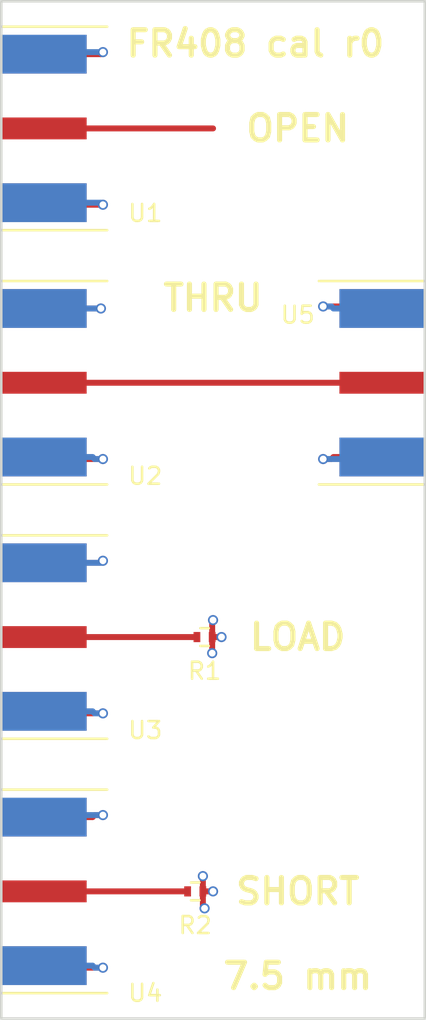
<source format=kicad_pcb>
(kicad_pcb (version 4) (host pcbnew 4.0.2-stable)

  (general
    (links 24)
    (no_connects 0)
    (area 147.224999 67.424999 172.775001 127.975)
    (thickness 1.6)
    (drawings 10)
    (tracks 73)
    (zones 0)
    (modules 7)
    (nets 5)
  )

  (page A4)
  (layers
    (0 F.Cu signal)
    (1 In1.Cu signal)
    (2 In2.Cu signal)
    (31 B.Cu signal)
    (32 B.Adhes user)
    (33 F.Adhes user)
    (34 B.Paste user)
    (35 F.Paste user)
    (36 B.SilkS user)
    (37 F.SilkS user)
    (38 B.Mask user)
    (39 F.Mask user)
    (40 Dwgs.User user)
    (41 Cmts.User user)
    (42 Eco1.User user)
    (43 Eco2.User user)
    (44 Edge.Cuts user)
    (45 Margin user)
    (46 B.CrtYd user)
    (47 F.CrtYd user)
    (48 B.Fab user)
    (49 F.Fab user)
  )

  (setup
    (last_trace_width 0.35)
    (trace_clearance 0.2)
    (zone_clearance 0.508)
    (zone_45_only no)
    (trace_min 0.2)
    (segment_width 0.2)
    (edge_width 0.15)
    (via_size 0.6)
    (via_drill 0.4)
    (via_min_size 0.4)
    (via_min_drill 0.3)
    (uvia_size 0.3)
    (uvia_drill 0.1)
    (uvias_allowed no)
    (uvia_min_size 0.2)
    (uvia_min_drill 0.1)
    (pcb_text_width 0.3)
    (pcb_text_size 1.5 1.5)
    (mod_edge_width 0.15)
    (mod_text_size 1 1)
    (mod_text_width 0.15)
    (pad_size 1.524 1.524)
    (pad_drill 0.762)
    (pad_to_mask_clearance 0.2)
    (aux_axis_origin 0 0)
    (visible_elements FFFEFF7F)
    (pcbplotparams
      (layerselection 0x010f0_80000007)
      (usegerberextensions true)
      (excludeedgelayer true)
      (linewidth 0.100000)
      (plotframeref false)
      (viasonmask false)
      (mode 1)
      (useauxorigin false)
      (hpglpennumber 1)
      (hpglpenspeed 20)
      (hpglpendiameter 15)
      (hpglpenoverlay 2)
      (psnegative false)
      (psa4output false)
      (plotreference true)
      (plotvalue true)
      (plotinvisibletext false)
      (padsonsilk false)
      (subtractmaskfromsilk false)
      (outputformat 1)
      (mirror false)
      (drillshape 0)
      (scaleselection 1)
      (outputdirectory gerbs/))
  )

  (net 0 "")
  (net 1 GND)
  (net 2 "Net-(R1-Pad2)")
  (net 3 "Net-(R2-Pad2)")
  (net 4 "Net-(U2-Pad1)")

  (net_class Default "This is the default net class."
    (clearance 0.2)
    (trace_width 0.35)
    (via_dia 0.6)
    (via_drill 0.4)
    (uvia_dia 0.3)
    (uvia_drill 0.1)
    (add_net GND)
    (add_net "Net-(R1-Pad2)")
    (add_net "Net-(R2-Pad2)")
    (add_net "Net-(U2-Pad1)")
  )

  (module Resistors_SMD:R_0402 (layer F.Cu) (tedit 5415CBB8) (tstamp 571E6192)
    (at 159.5 105 180)
    (descr "Resistor SMD 0402, reflow soldering, Vishay (see dcrcw.pdf)")
    (tags "resistor 0402")
    (path /571E6532)
    (attr smd)
    (fp_text reference R1 (at 0 -2 180) (layer F.SilkS)
      (effects (font (size 1 1) (thickness 0.15)))
    )
    (fp_text value 50 (at 0 1.8 180) (layer F.Fab)
      (effects (font (size 1 1) (thickness 0.15)))
    )
    (fp_line (start -0.95 -0.65) (end 0.95 -0.65) (layer F.CrtYd) (width 0.05))
    (fp_line (start -0.95 0.65) (end 0.95 0.65) (layer F.CrtYd) (width 0.05))
    (fp_line (start -0.95 -0.65) (end -0.95 0.65) (layer F.CrtYd) (width 0.05))
    (fp_line (start 0.95 -0.65) (end 0.95 0.65) (layer F.CrtYd) (width 0.05))
    (fp_line (start 0.25 -0.525) (end -0.25 -0.525) (layer F.SilkS) (width 0.15))
    (fp_line (start -0.25 0.525) (end 0.25 0.525) (layer F.SilkS) (width 0.15))
    (pad 1 smd rect (at -0.45 0 180) (size 0.4 0.6) (layers F.Cu F.Paste F.Mask)
      (net 1 GND))
    (pad 2 smd rect (at 0.45 0 180) (size 0.4 0.6) (layers F.Cu F.Paste F.Mask)
      (net 2 "Net-(R1-Pad2)"))
    (model Resistors_SMD.3dshapes/R_0402.wrl
      (at (xyz 0 0 0))
      (scale (xyz 1 1 1))
      (rotate (xyz 0 0 0))
    )
  )

  (module Resistors_SMD:R_0402 (layer F.Cu) (tedit 5415CBB8) (tstamp 571E6198)
    (at 158.95 120 180)
    (descr "Resistor SMD 0402, reflow soldering, Vishay (see dcrcw.pdf)")
    (tags "resistor 0402")
    (path /571E666B)
    (attr smd)
    (fp_text reference R2 (at 0 -2 180) (layer F.SilkS)
      (effects (font (size 1 1) (thickness 0.15)))
    )
    (fp_text value 0 (at 0 1.8 180) (layer F.Fab)
      (effects (font (size 1 1) (thickness 0.15)))
    )
    (fp_line (start -0.95 -0.65) (end 0.95 -0.65) (layer F.CrtYd) (width 0.05))
    (fp_line (start -0.95 0.65) (end 0.95 0.65) (layer F.CrtYd) (width 0.05))
    (fp_line (start -0.95 -0.65) (end -0.95 0.65) (layer F.CrtYd) (width 0.05))
    (fp_line (start 0.95 -0.65) (end 0.95 0.65) (layer F.CrtYd) (width 0.05))
    (fp_line (start 0.25 -0.525) (end -0.25 -0.525) (layer F.SilkS) (width 0.15))
    (fp_line (start -0.25 0.525) (end 0.25 0.525) (layer F.SilkS) (width 0.15))
    (pad 1 smd rect (at -0.45 0 180) (size 0.4 0.6) (layers F.Cu F.Paste F.Mask)
      (net 1 GND))
    (pad 2 smd rect (at 0.45 0 180) (size 0.4 0.6) (layers F.Cu F.Paste F.Mask)
      (net 3 "Net-(R2-Pad2)"))
    (model Resistors_SMD.3dshapes/R_0402.wrl
      (at (xyz 0 0 0))
      (scale (xyz 1 1 1))
      (rotate (xyz 0 0 0))
    )
  )

  (module vna_footprints:732511150_sma_thin (layer F.Cu) (tedit 571B3D40) (tstamp 571E61A1)
    (at 150 75 270)
    (path /571E6233)
    (fp_text reference U1 (at 5 -6 360) (layer F.SilkS)
      (effects (font (size 1 1) (thickness 0.15)))
    )
    (fp_text value CONN_SMA (at 7 -3.5 360) (layer F.Fab)
      (effects (font (size 1 1) (thickness 0.15)))
    )
    (fp_line (start 6 2.5) (end 6 -3.75) (layer F.SilkS) (width 0.15))
    (fp_line (start -6 2.5) (end -6 -3.75) (layer F.SilkS) (width 0.15))
    (pad 1 smd rect (at 0 0 270) (size 1.29 5.08) (layers F.Cu F.Paste F.Mask))
    (pad 2 smd rect (at 4.38 0 270) (size 2.29 5.08) (layers F.Cu F.Paste F.Mask)
      (net 1 GND))
    (pad 3 smd rect (at -4.38 0 270) (size 2.29 5.08) (layers F.Cu F.Paste F.Mask)
      (net 1 GND))
    (pad 4 smd rect (at -4.38 0 270) (size 2.29 5.08) (layers B.Cu B.Paste B.Mask)
      (net 1 GND))
    (pad 5 smd rect (at 4.38 0 270) (size 2.29 5.08) (layers B.Cu B.Paste B.Mask)
      (net 1 GND))
  )

  (module vna_footprints:732511150_sma_thin (layer F.Cu) (tedit 571B3D40) (tstamp 571E61AA)
    (at 150 90 270)
    (path /571E60B6)
    (fp_text reference U2 (at 5.5 -6 360) (layer F.SilkS)
      (effects (font (size 1 1) (thickness 0.15)))
    )
    (fp_text value CONN_SMA (at 7 -3.5 360) (layer F.Fab)
      (effects (font (size 1 1) (thickness 0.15)))
    )
    (fp_line (start 6 2.5) (end 6 -3.75) (layer F.SilkS) (width 0.15))
    (fp_line (start -6 2.5) (end -6 -3.75) (layer F.SilkS) (width 0.15))
    (pad 1 smd rect (at 0 0 270) (size 1.29 5.08) (layers F.Cu F.Paste F.Mask)
      (net 4 "Net-(U2-Pad1)"))
    (pad 2 smd rect (at 4.38 0 270) (size 2.29 5.08) (layers F.Cu F.Paste F.Mask)
      (net 1 GND))
    (pad 3 smd rect (at -4.38 0 270) (size 2.29 5.08) (layers F.Cu F.Paste F.Mask)
      (net 1 GND))
    (pad 4 smd rect (at -4.38 0 270) (size 2.29 5.08) (layers B.Cu B.Paste B.Mask)
      (net 1 GND))
    (pad 5 smd rect (at 4.38 0 270) (size 2.29 5.08) (layers B.Cu B.Paste B.Mask)
      (net 1 GND))
  )

  (module vna_footprints:732511150_sma_thin (layer F.Cu) (tedit 571B3D40) (tstamp 571E61B3)
    (at 150 105 270)
    (path /571E650E)
    (fp_text reference U3 (at 5.5 -6 360) (layer F.SilkS)
      (effects (font (size 1 1) (thickness 0.15)))
    )
    (fp_text value CONN_SMA (at 7 -3.5 360) (layer F.Fab)
      (effects (font (size 1 1) (thickness 0.15)))
    )
    (fp_line (start 6 2.5) (end 6 -3.75) (layer F.SilkS) (width 0.15))
    (fp_line (start -6 2.5) (end -6 -3.75) (layer F.SilkS) (width 0.15))
    (pad 1 smd rect (at 0 0 270) (size 1.29 5.08) (layers F.Cu F.Paste F.Mask)
      (net 2 "Net-(R1-Pad2)"))
    (pad 2 smd rect (at 4.38 0 270) (size 2.29 5.08) (layers F.Cu F.Paste F.Mask)
      (net 1 GND))
    (pad 3 smd rect (at -4.38 0 270) (size 2.29 5.08) (layers F.Cu F.Paste F.Mask)
      (net 1 GND))
    (pad 4 smd rect (at -4.38 0 270) (size 2.29 5.08) (layers B.Cu B.Paste B.Mask)
      (net 1 GND))
    (pad 5 smd rect (at 4.38 0 270) (size 2.29 5.08) (layers B.Cu B.Paste B.Mask)
      (net 1 GND))
  )

  (module vna_footprints:732511150_sma_thin (layer F.Cu) (tedit 571B3D40) (tstamp 571E61BC)
    (at 150 120 270)
    (path /571E6655)
    (fp_text reference U4 (at 6 -6 360) (layer F.SilkS)
      (effects (font (size 1 1) (thickness 0.15)))
    )
    (fp_text value CONN_SMA (at 7 -3.5 360) (layer F.Fab)
      (effects (font (size 1 1) (thickness 0.15)))
    )
    (fp_line (start 6 2.5) (end 6 -3.75) (layer F.SilkS) (width 0.15))
    (fp_line (start -6 2.5) (end -6 -3.75) (layer F.SilkS) (width 0.15))
    (pad 1 smd rect (at 0 0 270) (size 1.29 5.08) (layers F.Cu F.Paste F.Mask)
      (net 3 "Net-(R2-Pad2)"))
    (pad 2 smd rect (at 4.38 0 270) (size 2.29 5.08) (layers F.Cu F.Paste F.Mask)
      (net 1 GND))
    (pad 3 smd rect (at -4.38 0 270) (size 2.29 5.08) (layers F.Cu F.Paste F.Mask)
      (net 1 GND))
    (pad 4 smd rect (at -4.38 0 270) (size 2.29 5.08) (layers B.Cu B.Paste B.Mask)
      (net 1 GND))
    (pad 5 smd rect (at 4.38 0 270) (size 2.29 5.08) (layers B.Cu B.Paste B.Mask)
      (net 1 GND))
  )

  (module vna_footprints:732511150_sma_thin (layer F.Cu) (tedit 571B3D40) (tstamp 571E61C5)
    (at 170 90 90)
    (path /571E6007)
    (fp_text reference U5 (at 4 -5 180) (layer F.SilkS)
      (effects (font (size 1 1) (thickness 0.15)))
    )
    (fp_text value CONN_SMA (at 7 -3.5 180) (layer F.Fab)
      (effects (font (size 1 1) (thickness 0.15)))
    )
    (fp_line (start 6 2.5) (end 6 -3.75) (layer F.SilkS) (width 0.15))
    (fp_line (start -6 2.5) (end -6 -3.75) (layer F.SilkS) (width 0.15))
    (pad 1 smd rect (at 0 0 90) (size 1.29 5.08) (layers F.Cu F.Paste F.Mask)
      (net 4 "Net-(U2-Pad1)"))
    (pad 2 smd rect (at 4.38 0 90) (size 2.29 5.08) (layers F.Cu F.Paste F.Mask)
      (net 1 GND))
    (pad 3 smd rect (at -4.38 0 90) (size 2.29 5.08) (layers F.Cu F.Paste F.Mask)
      (net 1 GND))
    (pad 4 smd rect (at -4.38 0 90) (size 2.29 5.08) (layers B.Cu B.Paste B.Mask)
      (net 1 GND))
    (pad 5 smd rect (at 4.38 0 90) (size 2.29 5.08) (layers B.Cu B.Paste B.Mask)
      (net 1 GND))
  )

  (gr_text "7.5 mm" (at 165 125) (layer F.SilkS) (tstamp 571E63FD)
    (effects (font (size 1.5 1.5) (thickness 0.3)))
  )
  (gr_text "FR408 cal r0" (at 162.5 70) (layer F.SilkS) (tstamp 571E63F8)
    (effects (font (size 1.5 1.5) (thickness 0.3)))
  )
  (gr_text THRU (at 160 85) (layer F.SilkS) (tstamp 571E63F3)
    (effects (font (size 1.5 1.5) (thickness 0.3)))
  )
  (gr_text OPEN (at 165 75) (layer F.SilkS) (tstamp 571E63EF)
    (effects (font (size 1.5 1.5) (thickness 0.3)))
  )
  (gr_text LOAD (at 165 105) (layer F.SilkS) (tstamp 571E63EC)
    (effects (font (size 1.5 1.5) (thickness 0.3)))
  )
  (gr_text SHORT (at 165 120) (layer F.SilkS)
    (effects (font (size 1.5 1.5) (thickness 0.3)))
  )
  (gr_line (start 172.5 127.5) (end 147.5 127.5) (layer Edge.Cuts) (width 0.15))
  (gr_line (start 172.5 67.5) (end 172.5 127.5) (layer Edge.Cuts) (width 0.15))
  (gr_line (start 147.5 67.5) (end 172.5 67.5) (layer Edge.Cuts) (width 0.15))
  (gr_line (start 147.5 127.5) (end 147.5 67.5) (layer Edge.Cuts) (width 0.15))

  (segment (start 150 75) (end 160 75) (width 0.35) (layer F.Cu) (net 0))
  (segment (start 166.5 94.5) (end 169.88 94.5) (width 0.35) (layer B.Cu) (net 1))
  (segment (start 169.88 94.5) (end 170 94.38) (width 0.35) (layer B.Cu) (net 1))
  (segment (start 166.99 94.5) (end 166.5 94.5) (width 0.35) (layer F.Cu) (net 1))
  (via (at 166.5 94.5) (size 0.6) (drill 0.4) (layers F.Cu B.Cu) (net 1))
  (segment (start 170 94.38) (end 167.11 94.38) (width 0.35) (layer F.Cu) (net 1))
  (segment (start 167.11 94.38) (end 166.99 94.5) (width 0.35) (layer F.Cu) (net 1))
  (segment (start 166.5 85.5) (end 169.88 85.5) (width 0.35) (layer F.Cu) (net 1))
  (segment (start 169.88 85.5) (end 170 85.62) (width 0.35) (layer F.Cu) (net 1))
  (segment (start 166.99 85.5) (end 166.5 85.5) (width 0.35) (layer B.Cu) (net 1))
  (via (at 166.5 85.5) (size 0.6) (drill 0.4) (layers F.Cu B.Cu) (net 1))
  (segment (start 170 85.62) (end 167.11 85.62) (width 0.35) (layer B.Cu) (net 1))
  (segment (start 167.11 85.62) (end 166.99 85.5) (width 0.35) (layer B.Cu) (net 1))
  (segment (start 153.5 70.5) (end 150.12 70.5) (width 0.35) (layer B.Cu) (net 1))
  (segment (start 150.12 70.5) (end 150 70.62) (width 0.35) (layer B.Cu) (net 1))
  (segment (start 150 70.62) (end 153.38 70.62) (width 0.35) (layer F.Cu) (net 1))
  (segment (start 153.38 70.62) (end 153.5 70.5) (width 0.35) (layer F.Cu) (net 1))
  (via (at 153.5 70.5) (size 0.6) (drill 0.4) (layers F.Cu B.Cu) (net 1))
  (segment (start 153.5 79.5) (end 150.12 79.5) (width 0.35) (layer F.Cu) (net 1))
  (segment (start 150.12 79.5) (end 150 79.38) (width 0.35) (layer F.Cu) (net 1))
  (segment (start 150 79.38) (end 153.38 79.38) (width 0.35) (layer B.Cu) (net 1))
  (segment (start 153.38 79.38) (end 153.5 79.5) (width 0.35) (layer B.Cu) (net 1))
  (via (at 153.5 79.5) (size 0.6) (drill 0.4) (layers F.Cu B.Cu) (net 1))
  (segment (start 153.38 85.62) (end 150 85.62) (width 0.35) (layer B.Cu) (net 1))
  (segment (start 153.38 85.62) (end 150 85.62) (width 0.35) (layer F.Cu) (net 1))
  (via (at 153.38 85.62) (size 0.6) (drill 0.4) (layers F.Cu B.Cu) (net 1))
  (segment (start 153.5 94.5) (end 150.12 94.5) (width 0.35) (layer F.Cu) (net 1))
  (segment (start 150.12 94.5) (end 150 94.38) (width 0.35) (layer F.Cu) (net 1))
  (segment (start 153.01 94.5) (end 153.5 94.5) (width 0.35) (layer B.Cu) (net 1))
  (via (at 153.5 94.5) (size 0.6) (drill 0.4) (layers F.Cu B.Cu) (net 1))
  (segment (start 150 94.38) (end 152.89 94.38) (width 0.35) (layer B.Cu) (net 1))
  (segment (start 152.89 94.38) (end 153.01 94.5) (width 0.35) (layer B.Cu) (net 1))
  (segment (start 150 100.62) (end 153.38 100.62) (width 0.35) (layer B.Cu) (net 1))
  (segment (start 153.38 100.62) (end 153.5 100.5) (width 0.35) (layer B.Cu) (net 1))
  (segment (start 150 100.62) (end 153.38 100.62) (width 0.35) (layer F.Cu) (net 1))
  (segment (start 153.38 100.62) (end 153.5 100.5) (width 0.35) (layer F.Cu) (net 1))
  (via (at 153.5 100.5) (size 0.6) (drill 0.4) (layers F.Cu B.Cu) (net 1))
  (segment (start 153.5 109.5) (end 150.12 109.5) (width 0.35) (layer F.Cu) (net 1))
  (segment (start 150.12 109.5) (end 150 109.38) (width 0.35) (layer F.Cu) (net 1))
  (segment (start 153.01 109.5) (end 153.5 109.5) (width 0.35) (layer B.Cu) (net 1))
  (via (at 153.5 109.5) (size 0.6) (drill 0.4) (layers F.Cu B.Cu) (net 1))
  (segment (start 150 109.38) (end 152.89 109.38) (width 0.35) (layer B.Cu) (net 1))
  (segment (start 152.89 109.38) (end 153.01 109.5) (width 0.35) (layer B.Cu) (net 1))
  (segment (start 153.5 115.5) (end 150.12 115.5) (width 0.35) (layer B.Cu) (net 1))
  (segment (start 150.12 115.5) (end 150 115.62) (width 0.35) (layer B.Cu) (net 1))
  (segment (start 153.01 115.5) (end 153.5 115.5) (width 0.35) (layer F.Cu) (net 1))
  (via (at 153.5 115.5) (size 0.6) (drill 0.4) (layers F.Cu B.Cu) (net 1))
  (segment (start 150 115.62) (end 152.89 115.62) (width 0.35) (layer F.Cu) (net 1))
  (segment (start 152.89 115.62) (end 153.01 115.5) (width 0.35) (layer F.Cu) (net 1))
  (segment (start 153.5 124.5) (end 150.12 124.5) (width 0.35) (layer F.Cu) (net 1))
  (segment (start 150.12 124.5) (end 150 124.38) (width 0.35) (layer F.Cu) (net 1))
  (segment (start 153.01 124.5) (end 153.5 124.5) (width 0.35) (layer B.Cu) (net 1))
  (via (at 153.5 124.5) (size 0.6) (drill 0.4) (layers F.Cu B.Cu) (net 1))
  (segment (start 150 124.38) (end 152.89 124.38) (width 0.35) (layer B.Cu) (net 1))
  (segment (start 152.89 124.38) (end 153.01 124.5) (width 0.35) (layer B.Cu) (net 1))
  (via (at 160 120) (size 0.6) (drill 0.4) (layers F.Cu B.Cu) (net 1))
  (segment (start 159.4 120) (end 160 120) (width 0.35) (layer F.Cu) (net 1))
  (segment (start 159.4 120.9) (end 159.5 121) (width 0.35) (layer F.Cu) (net 1))
  (via (at 159.5 121) (size 0.6) (drill 0.4) (layers F.Cu B.Cu) (net 1))
  (segment (start 159.4 120) (end 159.4 120.9) (width 0.35) (layer F.Cu) (net 1))
  (via (at 159.4 119.1) (size 0.6) (drill 0.4) (layers F.Cu B.Cu) (net 1))
  (segment (start 159.4 120) (end 159.4 119.1) (width 0.35) (layer F.Cu) (net 1))
  (via (at 159.95 105.95) (size 0.6) (drill 0.4) (layers F.Cu B.Cu) (net 1))
  (segment (start 159.95 105) (end 159.95 105.95) (width 0.35) (layer F.Cu) (net 1))
  (segment (start 159.95 105) (end 159.95 104.05) (width 0.35) (layer F.Cu) (net 1))
  (segment (start 159.95 104.05) (end 160 104) (width 0.35) (layer F.Cu) (net 1))
  (via (at 160 104) (size 0.6) (drill 0.4) (layers F.Cu B.Cu) (net 1))
  (via (at 160.5 105) (size 0.6) (drill 0.4) (layers F.Cu B.Cu) (net 1))
  (segment (start 159.95 105) (end 160.5 105) (width 0.35) (layer F.Cu) (net 1))
  (segment (start 150 105) (end 158.774998 105) (width 0.35) (layer F.Cu) (net 2))
  (segment (start 158.774998 105) (end 159.05 105) (width 0.35) (layer F.Cu) (net 2))
  (segment (start 158.5 120) (end 150 120) (width 0.35) (layer F.Cu) (net 3))
  (segment (start 150 90) (end 170 90) (width 0.35) (layer F.Cu) (net 4))

  (zone (net 1) (net_name GND) (layer In1.Cu) (tstamp 0) (hatch edge 0.508)
    (connect_pads yes (clearance 0.508))
    (min_thickness 0.254)
    (fill yes (arc_segments 16) (thermal_gap 0.508) (thermal_bridge_width 0.508))
    (polygon
      (pts
        (xy 147.5 67.5) (xy 147.5 127.5) (xy 172.5 127.5) (xy 172.5 67.5)
      )
    )
    (filled_polygon
      (pts
        (xy 171.79 126.79) (xy 148.21 126.79) (xy 148.21 68.21) (xy 171.79 68.21)
      )
    )
  )
)

</source>
